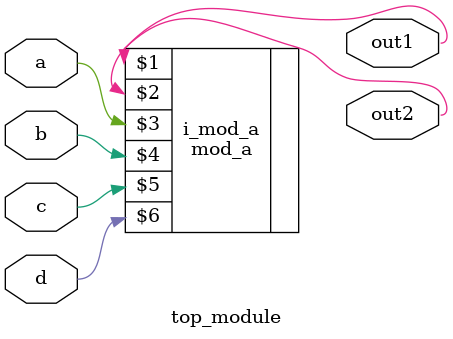
<source format=v>
module top_module ( 
    input a, 
    input b, 
    input c,
    input d,
    output out1,
    output out2
);
    
    mod_a i_mod_a (out1, out2, a, b, c, d);

endmodule
</source>
